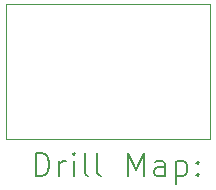
<source format=gbr>
%FSLAX45Y45*%
G04 Gerber Fmt 4.5, Leading zero omitted, Abs format (unit mm)*
G04 Created by KiCad (PCBNEW (6.0.2-0)) date 2022-10-10 18:33:46*
%MOMM*%
%LPD*%
G01*
G04 APERTURE LIST*
%TA.AperFunction,Profile*%
%ADD10C,0.100000*%
%TD*%
%ADD11C,0.200000*%
G04 APERTURE END LIST*
D10*
X18330000Y-8200000D02*
X16600000Y-8200000D01*
X16600000Y-9340000D02*
X16600000Y-8200000D01*
X16600000Y-9340000D02*
X18330000Y-9340000D01*
X18330000Y-9040000D02*
X18330000Y-9340000D01*
X18330000Y-9040000D02*
X18330000Y-8200000D01*
D11*
X16852619Y-9655476D02*
X16852619Y-9455476D01*
X16900238Y-9455476D01*
X16928810Y-9465000D01*
X16947857Y-9484048D01*
X16957381Y-9503095D01*
X16966905Y-9541190D01*
X16966905Y-9569762D01*
X16957381Y-9607857D01*
X16947857Y-9626905D01*
X16928810Y-9645952D01*
X16900238Y-9655476D01*
X16852619Y-9655476D01*
X17052619Y-9655476D02*
X17052619Y-9522143D01*
X17052619Y-9560238D02*
X17062143Y-9541190D01*
X17071667Y-9531667D01*
X17090714Y-9522143D01*
X17109762Y-9522143D01*
X17176429Y-9655476D02*
X17176429Y-9522143D01*
X17176429Y-9455476D02*
X17166905Y-9465000D01*
X17176429Y-9474524D01*
X17185952Y-9465000D01*
X17176429Y-9455476D01*
X17176429Y-9474524D01*
X17300238Y-9655476D02*
X17281190Y-9645952D01*
X17271667Y-9626905D01*
X17271667Y-9455476D01*
X17405000Y-9655476D02*
X17385952Y-9645952D01*
X17376429Y-9626905D01*
X17376429Y-9455476D01*
X17633571Y-9655476D02*
X17633571Y-9455476D01*
X17700238Y-9598333D01*
X17766905Y-9455476D01*
X17766905Y-9655476D01*
X17947857Y-9655476D02*
X17947857Y-9550714D01*
X17938333Y-9531667D01*
X17919286Y-9522143D01*
X17881190Y-9522143D01*
X17862143Y-9531667D01*
X17947857Y-9645952D02*
X17928810Y-9655476D01*
X17881190Y-9655476D01*
X17862143Y-9645952D01*
X17852619Y-9626905D01*
X17852619Y-9607857D01*
X17862143Y-9588810D01*
X17881190Y-9579286D01*
X17928810Y-9579286D01*
X17947857Y-9569762D01*
X18043095Y-9522143D02*
X18043095Y-9722143D01*
X18043095Y-9531667D02*
X18062143Y-9522143D01*
X18100238Y-9522143D01*
X18119286Y-9531667D01*
X18128810Y-9541190D01*
X18138333Y-9560238D01*
X18138333Y-9617381D01*
X18128810Y-9636429D01*
X18119286Y-9645952D01*
X18100238Y-9655476D01*
X18062143Y-9655476D01*
X18043095Y-9645952D01*
X18224048Y-9636429D02*
X18233571Y-9645952D01*
X18224048Y-9655476D01*
X18214524Y-9645952D01*
X18224048Y-9636429D01*
X18224048Y-9655476D01*
X18224048Y-9531667D02*
X18233571Y-9541190D01*
X18224048Y-9550714D01*
X18214524Y-9541190D01*
X18224048Y-9531667D01*
X18224048Y-9550714D01*
M02*

</source>
